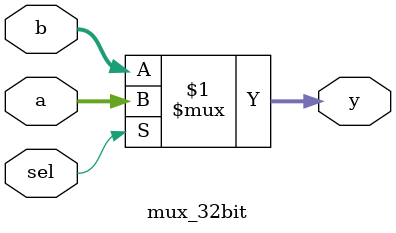
<source format=v>
`timescale 1ns / 1ps
module mux_32bit(a,b,sel,y
    );
input[31:0] a, b;
input sel;
output[31:0] y;
assign y = sel ? a: b;

endmodule

</source>
